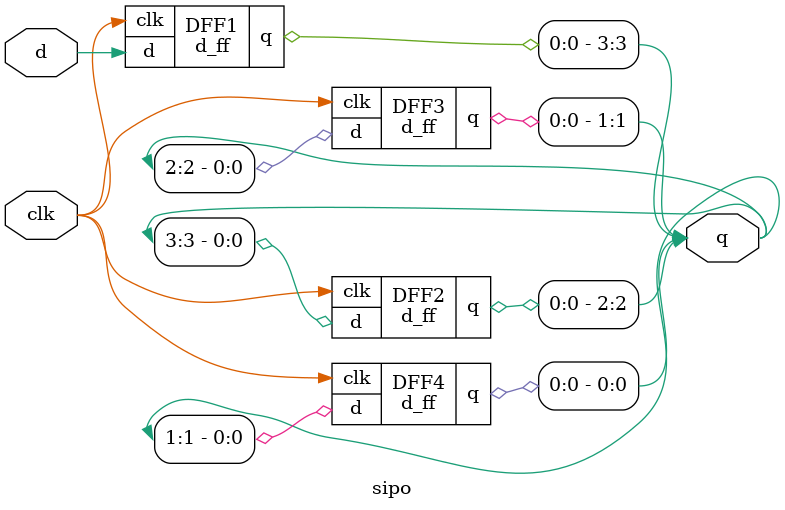
<source format=v>
`timescale 1ns / 1ps

module d_ff(input clk,d,output reg q);
always@(posedge clk)
begin
q<=d;
end
endmodule
module sipo(
    input clk,
    input d,
    output [3:0] q
    );
   d_ff DFF1(clk,d,q[3]);
   d_ff DFF2(clk,q[3],q[2]);
   d_ff DFF3(clk,q[2],q[1]);
   d_ff DFF4(clk,q[1],q[0]);
endmodule

</source>
